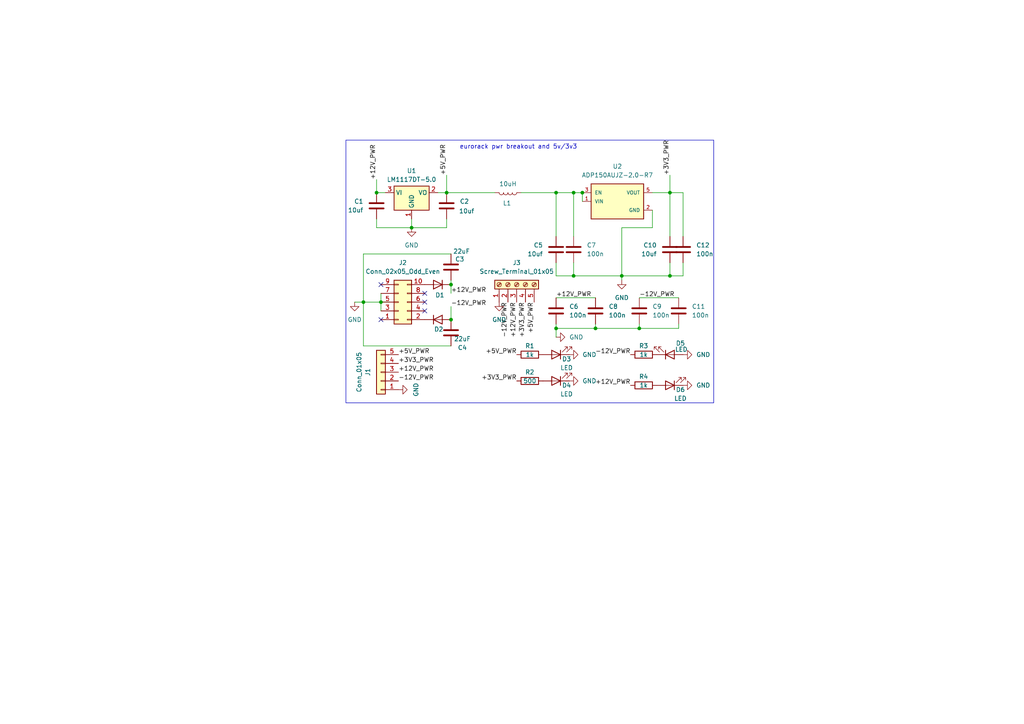
<source format=kicad_sch>
(kicad_sch (version 20231120) (generator "eeschema") (generator_version "8.0")
  (paper "A4")
  (title_block (title "eurorack power breakout"))
  (lib_symbols
    (symbol "ADP150AUJZ-2.0-R7:ADP150AUJZ-2.0-R7" (pin_names (offset 1.016))
      (property "Reference" "U" (at -7.6256 5.5921 0))
      (property "Value" "ADP150AUJZ-2.0-R7" (at -7.6217 -7.6217 0))
      (symbol "ADP150AUJZ-2.0-R7_0_0"
        (rectangle (start -7.62 -5.08) (end 7.62 5.08) (stroke (width 0.254)) (fill (type background)))
        (pin input line (at -10.16 0 0) (length 2.54) (name "VIN") (number "1"))
        (pin power_in line (at 10.16 -2.54 180) (length 2.54) (name "GND") (number "2"))
        (pin input line (at -10.16 2.54 0) (length 2.54) (name "EN") (number "3"))
        (pin output line (at 10.16 2.54 180) (length 2.54) (name "VOUT") (number "5"))
      )
    )
    (symbol "Connector:Screw_Terminal_01x05" (pin_names (offset 1.016) hide)
      (property "Reference" "J" (at 0 7.62 0))
      (property "Value" "Screw_Terminal_01x05" (at 0 -7.62 0))
      (symbol "Screw_Terminal_01x05_1_1"
        (rectangle (start -1.27 6.35) (end 1.27 -6.35) (stroke (width 0.254)) (fill (type background)))
        (circle (center 0 -5.08) (radius 0.635) (stroke (width 0.1524)))
        (circle (center 0 -2.54) (radius 0.635) (stroke (width 0.1524)))
        (polyline (pts (xy -0.5334 -4.7498) (xy 0.3302 -5.588)) (stroke (width 0.1524)))
        (polyline (pts (xy -0.5334 -2.2098) (xy 0.3302 -3.048)) (stroke (width 0.1524)))
        (polyline (pts (xy -0.5334 0.3302) (xy 0.3302 -0.508)) (stroke (width 0.1524)))
        (polyline (pts (xy -0.5334 2.8702) (xy 0.3302 2.032)) (stroke (width 0.1524)))
        (polyline (pts (xy -0.5334 5.4102) (xy 0.3302 4.572)) (stroke (width 0.1524)))
        (polyline (pts (xy -0.3556 -4.572) (xy 0.508 -5.4102)) (stroke (width 0.1524)))
        (polyline (pts (xy -0.3556 -2.032) (xy 0.508 -2.8702)) (stroke (width 0.1524)))
        (polyline (pts (xy -0.3556 0.508) (xy 0.508 -0.3302)) (stroke (width 0.1524)))
        (polyline (pts (xy -0.3556 3.048) (xy 0.508 2.2098)) (stroke (width 0.1524)))
        (polyline (pts (xy -0.3556 5.588) (xy 0.508 4.7498)) (stroke (width 0.1524)))
        (circle (center 0 0) (radius 0.635) (stroke (width 0.1524)))
        (circle (center 0 2.54) (radius 0.635) (stroke (width 0.1524)))
        (circle (center 0 5.08) (radius 0.635) (stroke (width 0.1524)))
        (pin passive line (at -5.08 5.08 0) (length 3.81) (name "Pin_1") (number "1"))
        (pin passive line (at -5.08 2.54 0) (length 3.81) (name "Pin_2") (number "2"))
        (pin passive line (at -5.08 0 0) (length 3.81) (name "Pin_3") (number "3"))
        (pin passive line (at -5.08 -2.54 0) (length 3.81) (name "Pin_4") (number "4"))
        (pin passive line (at -5.08 -5.08 0) (length 3.81) (name "Pin_5") (number "5"))
      )
    )
    (symbol "Connector_Generic:Conn_01x05" (pin_names (offset 1.016) hide)
      (property "Reference" "J" (at 0 7.62 0))
      (property "Value" "Conn_01x05" (at 0 -7.62 0))
      (symbol "Conn_01x05_1_1"
        (rectangle (start -1.27 -4.953) (end 0 -5.207) (stroke (width 0.1524)))
        (rectangle (start -1.27 -2.413) (end 0 -2.667) (stroke (width 0.1524)))
        (rectangle (start -1.27 0.127) (end 0 -0.127) (stroke (width 0.1524)))
        (rectangle (start -1.27 2.667) (end 0 2.413) (stroke (width 0.1524)))
        (rectangle (start -1.27 5.207) (end 0 4.953) (stroke (width 0.1524)))
        (rectangle (start -1.27 6.35) (end 1.27 -6.35) (stroke (width 0.254)) (fill (type background)))
        (pin passive line (at -5.08 5.08 0) (length 3.81) (name "Pin_1") (number "1"))
        (pin passive line (at -5.08 2.54 0) (length 3.81) (name "Pin_2") (number "2"))
        (pin passive line (at -5.08 0 0) (length 3.81) (name "Pin_3") (number "3"))
        (pin passive line (at -5.08 -2.54 0) (length 3.81) (name "Pin_4") (number "4"))
        (pin passive line (at -5.08 -5.08 0) (length 3.81) (name "Pin_5") (number "5"))
      )
    )
    (symbol "Connector_Generic:Conn_02x05_Odd_Even" (pin_names (offset 1.016) hide)
      (property "Reference" "J" (at 1.27 7.62 0))
      (property "Value" "Conn_02x05_Odd_Even" (at 1.27 -7.62 0))
      (symbol "Conn_02x05_Odd_Even_1_1"
        (rectangle (start -1.27 -4.953) (end 0 -5.207) (stroke (width 0.1524)))
        (rectangle (start -1.27 -2.413) (end 0 -2.667) (stroke (width 0.1524)))
        (rectangle (start -1.27 0.127) (end 0 -0.127) (stroke (width 0.1524)))
        (rectangle (start -1.27 2.667) (end 0 2.413) (stroke (width 0.1524)))
        (rectangle (start -1.27 5.207) (end 0 4.953) (stroke (width 0.1524)))
        (rectangle (start -1.27 6.35) (end 3.81 -6.35) (stroke (width 0.254)) (fill (type background)))
        (rectangle (start 3.81 -4.953) (end 2.54 -5.207) (stroke (width 0.1524)))
        (rectangle (start 3.81 -2.413) (end 2.54 -2.667) (stroke (width 0.1524)))
        (rectangle (start 3.81 0.127) (end 2.54 -0.127) (stroke (width 0.1524)))
        (rectangle (start 3.81 2.667) (end 2.54 2.413) (stroke (width 0.1524)))
        (rectangle (start 3.81 5.207) (end 2.54 4.953) (stroke (width 0.1524)))
        (pin passive line (at -5.08 5.08 0) (length 3.81) (name "Pin_1") (number "1"))
        (pin passive line (at 7.62 -5.08 180) (length 3.81) (name "Pin_10") (number "10"))
        (pin passive line (at 7.62 5.08 180) (length 3.81) (name "Pin_2") (number "2"))
        (pin passive line (at -5.08 2.54 0) (length 3.81) (name "Pin_3") (number "3"))
        (pin passive line (at 7.62 2.54 180) (length 3.81) (name "Pin_4") (number "4"))
        (pin passive line (at -5.08 0 0) (length 3.81) (name "Pin_5") (number "5"))
        (pin passive line (at 7.62 0 180) (length 3.81) (name "Pin_6") (number "6"))
        (pin passive line (at -5.08 -2.54 0) (length 3.81) (name "Pin_7") (number "7"))
        (pin passive line (at 7.62 -2.54 180) (length 3.81) (name "Pin_8") (number "8"))
        (pin passive line (at -5.08 -5.08 0) (length 3.81) (name "Pin_9") (number "9"))
      )
    )
    (symbol "Device:C" (pin_numbers hide) (pin_names (offset 0.254))
      (property "Reference" "C" (at 0.635 2.54 0))
      (property "Value" "C" (at 0.635 -2.54 0))
      (symbol "C_0_1"
        (polyline (pts (xy -2.032 -0.762) (xy 2.032 -0.762)) (stroke (width 0.508)))
        (polyline (pts (xy -2.032 0.762) (xy 2.032 0.762)) (stroke (width 0.508)))
      )
      (symbol "C_1_1"
        (pin passive line (at 0 3.81 270) (length 2.794) (name "~") (number "1"))
        (pin passive line (at 0 -3.81 90) (length 2.794) (name "~") (number "2"))
      )
    )
    (symbol "Device:D" (pin_numbers hide) (pin_names (offset 1.016) hide)
      (property "Reference" "D" (at 0 2.54 0))
      (property "Value" "D" (at 0 -2.54 0))
      (symbol "D_0_1"
        (polyline (pts (xy -1.27 1.27) (xy -1.27 -1.27)) (stroke (width 0.254)))
        (polyline (pts (xy 1.27 0) (xy -1.27 0)))
        (polyline (pts (xy 1.27 1.27) (xy 1.27 -1.27) (xy -1.27 0) (xy 1.27 1.27)) (stroke (width 0.254)))
      )
      (symbol "D_1_1"
        (pin passive line (at -3.81 0 0) (length 2.54) (name "K") (number "1"))
        (pin passive line (at 3.81 0 180) (length 2.54) (name "A") (number "2"))
      )
    )
    (symbol "Device:L" (pin_numbers hide) (pin_names (offset 1.016) hide)
      (property "Reference" "L" (at -1.27 0 90))
      (property "Value" "L" (at 1.905 0 90))
      (symbol "L_0_1"
        (arc (start 0 -2.54) (mid 0.6323 -1.905) (end 0 -1.27))
        (arc (start 0 -1.27) (mid 0.6323 -0.635) (end 0 0))
        (arc (start 0 0) (mid 0.6323 0.635) (end 0 1.27))
        (arc (start 0 1.27) (mid 0.6323 1.905) (end 0 2.54))
      )
      (symbol "L_1_1"
        (pin passive line (at 0 3.81 270) (length 1.27) (name "1") (number "1"))
        (pin passive line (at 0 -3.81 90) (length 1.27) (name "2") (number "2"))
      )
    )
    (symbol "Device:LED" (pin_numbers hide) (pin_names (offset 1.016) hide)
      (property "Reference" "D" (at 0 2.54 0))
      (property "Value" "LED" (at 0 -2.54 0))
      (symbol "LED_0_1"
        (polyline (pts (xy -1.27 -1.27) (xy -1.27 1.27)) (stroke (width 0.254)))
        (polyline (pts (xy -1.27 0) (xy 1.27 0)))
        (polyline (pts (xy 1.27 -1.27) (xy 1.27 1.27) (xy -1.27 0) (xy 1.27 -1.27)) (stroke (width 0.254)))
        (polyline (pts (xy -3.048 -0.762) (xy -4.572 -2.286) (xy -3.81 -2.286) (xy -4.572 -2.286) (xy -4.572 -1.524)))
        (polyline (pts (xy -1.778 -0.762) (xy -3.302 -2.286) (xy -2.54 -2.286) (xy -3.302 -2.286) (xy -3.302 -1.524)))
      )
      (symbol "LED_1_1"
        (pin passive line (at -3.81 0 0) (length 2.54) (name "K") (number "1"))
        (pin passive line (at 3.81 0 180) (length 2.54) (name "A") (number "2"))
      )
    )
    (symbol "Device:R" (pin_numbers hide) (pin_names (offset 0))
      (property "Reference" "R" (at 2.032 0 90))
      (property "Value" "R" (at 0 0 90))
      (symbol "R_0_1"
        (rectangle (start -1.016 -2.54) (end 1.016 2.54) (stroke (width 0.254)))
      )
      (symbol "R_1_1"
        (pin passive line (at 0 3.81 270) (length 1.27) (name "~") (number "1"))
        (pin passive line (at 0 -3.81 90) (length 1.27) (name "~") (number "2"))
      )
    )
    (symbol "Regulator_Linear:LM1117DT-5.0"
      (property "Reference" "U" (at -3.81 3.175 0))
      (property "Value" "LM1117DT-5.0" (at 0 3.175 0))
      (symbol "LM1117DT-5.0_0_1"
        (rectangle (start -5.08 -5.08) (end 5.08 1.905) (stroke (width 0.254)) (fill (type background)))
      )
      (symbol "LM1117DT-5.0_1_1"
        (pin power_in line (at 0 -7.62 90) (length 2.54) (name "GND") (number "1"))
        (pin power_out line (at 7.62 0 180) (length 2.54) (name "VO") (number "2"))
        (pin power_in line (at -7.62 0 0) (length 2.54) (name "VI") (number "3"))
      )
    )
    (symbol "power:GND" (power) (pin_numbers hide) (pin_names (offset 0) hide)
      (property "Value" "GND" (at 0 -3.81 0))
      (symbol "GND_0_1"
        (polyline (pts (xy 0 0) (xy 0 -1.27) (xy 1.27 -1.27) (xy 0 -2.54) (xy -1.27 -1.27) (xy 0 -1.27)))
      )
      (symbol "GND_1_1"
        (pin power_in line (at 0 0 270) (length 0) (name "~") (number "1"))
      )
    )
  )
  (junction (at 194.31 55.88))
  (junction (at 168.91 55.88))
  (junction (at 130.81 82.55))
  (junction (at 161.29 55.88))
  (junction (at 110.49 87.63))
  (junction (at 172.72 95.25))
  (junction (at 105.41 87.63))
  (junction (at 166.37 80.01))
  (junction (at 109.22 55.88))
  (junction (at 119.38 66.04))
  (junction (at 166.37 55.88))
  (junction (at 194.31 80.01))
  (junction (at 180.34 80.01))
  (junction (at 161.29 95.25))
  (junction (at 130.81 92.71))
  (junction (at 185.42 95.25))
  (junction (at 129.54 55.88))
  (no_connect (at 123.19 85.09))
  (no_connect (at 110.49 82.55))
  (no_connect (at 123.19 90.17))
  (no_connect (at 123.19 87.63))
  (no_connect (at 110.49 92.71))
  (wire (pts (xy 166.37 80.01) (xy 180.34 80.01)))
  (wire (pts (xy 130.81 100.33) (xy 105.41 100.33)))
  (wire (pts (xy 105.41 73.66) (xy 105.41 87.63)))
  (wire (pts (xy 161.29 76.2) (xy 161.29 80.01)))
  (wire (pts (xy 180.34 81.28) (xy 180.34 80.01)))
  (wire (pts (xy 166.37 68.58) (xy 166.37 55.88)))
  (wire (pts (xy 161.29 55.88) (xy 166.37 55.88)))
  (wire (pts (xy 102.87 87.63) (xy 105.41 87.63)))
  (wire (pts (xy 161.29 80.01) (xy 166.37 80.01)))
  (wire (pts (xy 130.81 82.55) (xy 130.81 81.28)))
  (wire (pts (xy 161.29 86.36) (xy 172.72 86.36)))
  (wire (pts (xy 194.31 55.88) (xy 198.12 55.88)))
  (wire (pts (xy 119.38 63.5) (xy 119.38 66.04)))
  (wire (pts (xy 161.29 55.88) (xy 161.29 68.58)))
  (wire (pts (xy 166.37 55.88) (xy 168.91 55.88)))
  (wire (pts (xy 180.34 66.04) (xy 189.23 66.04)))
  (wire (pts (xy 127 55.88) (xy 129.54 55.88)))
  (wire (pts (xy 119.38 66.04) (xy 129.54 66.04)))
  (wire (pts (xy 161.29 93.98) (xy 161.29 95.25)))
  (wire (pts (xy 194.31 80.01) (xy 180.34 80.01)))
  (wire (pts (xy 198.12 55.88) (xy 198.12 68.58)))
  (wire (pts (xy 161.29 95.25) (xy 161.29 97.79)))
  (wire (pts (xy 180.34 80.01) (xy 180.34 66.04)))
  (wire (pts (xy 198.12 80.01) (xy 194.31 80.01)))
  (wire (pts (xy 105.41 73.66) (xy 130.81 73.66)))
  (wire (pts (xy 129.54 63.5) (xy 129.54 66.04)))
  (wire (pts (xy 166.37 76.2) (xy 166.37 80.01)))
  (wire (pts (xy 194.31 55.88) (xy 194.31 68.58)))
  (wire (pts (xy 185.42 93.98) (xy 185.42 95.25)))
  (wire (pts (xy 172.72 95.25) (xy 161.29 95.25)))
  (wire (pts (xy 105.41 87.63) (xy 105.41 100.33)))
  (wire (pts (xy 110.49 87.63) (xy 113.03 87.63)))
  (wire (pts (xy 109.22 66.04) (xy 119.38 66.04)))
  (wire (pts (xy 130.81 85.09) (xy 130.81 82.55)))
  (wire (pts (xy 129.54 50.8) (xy 129.54 55.88)))
  (wire (pts (xy 130.81 92.71) (xy 130.81 88.9)))
  (wire (pts (xy 196.85 95.25) (xy 185.42 95.25)))
  (wire (pts (xy 194.31 76.2) (xy 194.31 80.01)))
  (wire (pts (xy 151.13 55.88) (xy 161.29 55.88)))
  (wire (pts (xy 185.42 86.36) (xy 196.85 86.36)))
  (wire (pts (xy 109.22 55.88) (xy 111.76 55.88)))
  (wire (pts (xy 196.85 93.98) (xy 196.85 95.25)))
  (wire (pts (xy 109.22 63.5) (xy 109.22 66.04)))
  (wire (pts (xy 105.41 87.63) (xy 110.49 87.63)))
  (wire (pts (xy 189.23 66.04) (xy 189.23 60.96)))
  (wire (pts (xy 198.12 76.2) (xy 198.12 80.01)))
  (wire (pts (xy 194.31 50.8) (xy 194.31 55.88)))
  (wire (pts (xy 110.49 85.09) (xy 110.49 87.63)))
  (wire (pts (xy 172.72 93.98) (xy 172.72 95.25)))
  (wire (pts (xy 109.22 52.07) (xy 109.22 55.88)))
  (wire (pts (xy 129.54 55.88) (xy 143.51 55.88)))
  (wire (pts (xy 189.23 55.88) (xy 194.31 55.88)))
  (wire (pts (xy 185.42 95.25) (xy 172.72 95.25)))
  (wire (pts (xy 110.49 87.63) (xy 110.49 90.17)))
  (wire (pts (xy 168.91 55.88) (xy 168.91 58.42)))
  (rectangle (start 100.33 40.64) (end 207.01 116.84))
  (text "eurorack pwr breakout and 5v/3v3\n" (at 150.368 42.672 0) (effects (font (size 1.27 1.27))))
  (label "+5V_PWR" (at 154.94 87.63 270))
  (label "-12V_PWR" (at 130.81 88.9 0))
  (label "+12V_PWR" (at 130.81 85.09 0))
  (label "-12V_PWR" (at 185.42 86.36 0))
  (label "+3V3_PWR" (at 149.86 110.49 180))
  (label "+5V_PWR" (at 149.86 102.87 180))
  (label "-12V_PWR" (at 147.32 87.63 270))
  (label "-12V_PWR" (at 115.57 110.49 0))
  (label "+5V_PWR" (at 115.57 102.87 0))
  (label "+3V3_PWR" (at 115.57 105.41 0))
  (label "-12V_PWR" (at 182.88 102.87 180))
  (label "+3V3_PWR" (at 152.4 87.63 270))
  (label "+12V_PWR" (at 109.22 52.07 90))
  (label "+12V_PWR" (at 182.88 111.76 180))
  (label "+12V_PWR" (at 115.57 107.95 0))
  (label "+12V_PWR" (at 161.29 86.36 0))
  (label "+12V_PWR" (at 149.86 87.63 270))
  (label "+5V_PWR" (at 129.54 50.8 90))
  (label "+3V3_PWR" (at 194.31 50.8 90))
  (symbol (lib_id "power:GND") (at 144.78 87.63 0) (mirror y) (unit 1)
    (property "Reference" "#PWR04" (effects (hide yes)))
    (property "Value" "GND" (at 144.78 92.71 0))
    (property "Description" "Power symbol creates a global label with name \"GND\" , ground" (effects (hide yes)))
  )
  (symbol (lib_id "Device:C") (at 196.85 90.17 0) (unit 1)
    (property "Reference" "C11" (at 200.66 88.8999 0) (effects (justify left)))
    (property "Value" "100n" (at 200.66 91.4399 0) (effects (justify left)))
    (property "Footprint" "Capacitor_SMD:C_0805_2012Metric_Pad1.18x1.45mm_HandSolder" (effects (hide yes)))
    (property "Description" "Unpolarized capacitor" (effects (hide yes)))
  )
  (symbol (lib_id "Device:R") (at 186.69 111.76 90) (unit 1)
    (property "Reference" "R4" (at 186.69 109.22 90))
    (property "Value" "1k" (at 186.69 111.76 90))
    (property "Footprint" "Resistor_SMD:R_0805_2012Metric_Pad1.20x1.40mm_HandSolder" (effects (hide yes)))
    (property "Description" "Resistor" (effects (hide yes)))
  )
  (symbol (lib_id "Device:LED") (at 194.31 102.87 0) (mirror x) (unit 1)
    (property "Reference" "D5" (at 197.358 99.568 0))
    (property "Value" "LED" (at 197.612 101.346 0))
    (property "Footprint" "LED_SMD:LED_0805_2012Metric_Pad1.15x1.40mm_HandSolder" (effects (hide yes)))
    (property "Description" "Light emitting diode" (effects (hide yes)))
  )
  (symbol (lib_id "Device:C") (at 198.12 72.39 0) (unit 1)
    (property "Reference" "C12" (at 201.93 71.1199 0) (effects (justify left)))
    (property "Value" "100n" (at 201.93 73.6599 0) (effects (justify left)))
    (property "Footprint" "Capacitor_SMD:C_0805_2012Metric_Pad1.18x1.45mm_HandSolder" (effects (hide yes)))
    (property "Description" "Unpolarized capacitor" (effects (hide yes)))
  )
  (symbol (lib_id "Device:C") (at 185.42 90.17 0) (unit 1)
    (property "Reference" "C9" (at 189.23 88.8999 0) (effects (justify left)))
    (property "Value" "100n" (at 189.23 91.4399 0) (effects (justify left)))
    (property "Footprint" "Capacitor_SMD:C_0805_2012Metric_Pad1.18x1.45mm_HandSolder" (effects (hide yes)))
    (property "Description" "Unpolarized capacitor" (effects (hide yes)))
  )
  (symbol (lib_id "Device:C") (at 194.31 72.39 0) (mirror y) (unit 1)
    (property "Reference" "C10" (at 190.5 71.1199 0) (effects (justify left)))
    (property "Value" "10uf" (at 190.5 73.6599 0) (effects (justify left)))
    (property "Footprint" "Capacitor_SMD:C_0805_2012Metric_Pad1.18x1.45mm_HandSolder" (effects (hide yes)))
    (property "Description" "Unpolarized capacitor" (effects (hide yes)))
  )
  (symbol (lib_id "power:GND") (at 119.38 66.04 0) (unit 1)
    (property "Reference" "#PWR03" (effects (hide yes)))
    (property "Value" "GND" (at 119.38 71.12 0))
    (property "Description" "Power symbol creates a global label with name \"GND\" , ground" (effects (hide yes)))
  )
  (symbol (lib_id "power:GND") (at 198.12 111.76 90) (unit 1)
    (property "Reference" "#PWR010" (effects (hide yes)))
    (property "Value" "GND" (at 201.93 111.7599 90) (effects (justify right)))
    (property "Description" "Power symbol creates a global label with name \"GND\" , ground" (effects (hide yes)))
  )
  (symbol (lib_id "Device:C") (at 129.54 59.69 0) (unit 1)
    (property "Reference" "C2" (at 133.35 58.4199 0) (effects (justify left)))
    (property "Value" "10uf" (at 133.096 61.214 0) (effects (justify left)))
    (property "Footprint" "Capacitor_SMD:C_0805_2012Metric_Pad1.18x1.45mm_HandSolder" (effects (hide yes)))
    (property "Description" "Unpolarized capacitor" (effects (hide yes)))
  )
  (symbol (lib_id "Device:R") (at 186.69 102.87 90) (unit 1)
    (property "Reference" "R3" (at 186.69 100.33 90))
    (property "Value" "1k" (at 186.69 102.87 90))
    (property "Footprint" "Resistor_SMD:R_0805_2012Metric_Pad1.20x1.40mm_HandSolder" (effects (hide yes)))
    (property "Description" "Resistor" (effects (hide yes)))
  )
  (symbol (lib_id "power:GND") (at 180.34 81.28 0) (unit 1)
    (property "Reference" "#PWR08" (effects (hide yes)))
    (property "Value" "GND" (at 180.34 86.36 0))
    (property "Description" "Power symbol creates a global label with name \"GND\" , ground" (effects (hide yes)))
  )
  (symbol (lib_id "Connector_Generic:Conn_01x05") (at 110.49 107.95 180) (unit 1)
    (property "Reference" "J1" (at 106.68 107.95 90))
    (property "Value" "Conn_01x05" (at 104.14 107.95 90))
    (property "Footprint" "Connector_PinHeader_2.54mm:PinHeader_1x05_P2.54mm_Vertical" (effects (hide yes)))
    (property "Description" "Generic connector, single row, 01x05, script generated (kicad-library-utils/schlib/autogen/connector/)" (effects (hide yes)))
  )
  (symbol (lib_id "Device:R") (at 153.67 102.87 90) (unit 1)
    (property "Reference" "R1" (at 153.67 100.33 90))
    (property "Value" "1k" (at 153.67 102.87 90))
    (property "Footprint" "Resistor_SMD:R_0805_2012Metric_Pad1.20x1.40mm_HandSolder" (effects (hide yes)))
    (property "Description" "Resistor" (effects (hide yes)))
  )
  (symbol (lib_id "Device:C") (at 161.29 72.39 0) (mirror y) (unit 1)
    (property "Reference" "C5" (at 157.48 71.1199 0) (effects (justify left)))
    (property "Value" "10uf" (at 157.48 73.6599 0) (effects (justify left)))
    (property "Footprint" "Capacitor_SMD:C_0805_2012Metric_Pad1.18x1.45mm_HandSolder" (effects (hide yes)))
    (property "Description" "Unpolarized capacitor" (effects (hide yes)))
  )
  (symbol (lib_id "Regulator_Linear:LM1117DT-5.0") (at 119.38 55.88 0) (unit 1)
    (property "Reference" "U1" (at 119.38 49.53 0))
    (property "Value" "LM1117DT-5.0" (at 119.38 52.07 0))
    (property "Footprint" "Package_TO_SOT_SMD:TO-252-3_TabPin2" (effects (hide yes)))
    (property "Datasheet" "http://www.ti.com/lit/ds/symlink/lm1117.pdf" (effects (hide yes)))
    (property "Description" "800mA Low-Dropout Linear Regulator, 5.0V fixed output, TO-252" (effects (hide yes)))
  )
  (symbol (lib_id "power:GND") (at 198.12 102.87 90) (unit 1)
    (property "Reference" "#PWR09" (effects (hide yes)))
    (property "Value" "GND" (at 201.93 102.8699 90) (effects (justify right)))
    (property "Description" "Power symbol creates a global label with name \"GND\" , ground" (effects (hide yes)))
  )
  (symbol (lib_id "Device:C") (at 130.81 77.47 0) (unit 1)
    (property "Reference" "C3" (at 133.35 75.184 0))
    (property "Value" "22uF" (at 133.858 72.898 0))
    (property "Footprint" "Capacitor_SMD:C_0805_2012Metric_Pad1.18x1.45mm_HandSolder" (effects (hide yes)))
    (property "Description" "Unpolarized capacitor" (effects (hide yes)))
  )
  (symbol (lib_id "Device:C") (at 109.22 59.69 0) (mirror y) (unit 1)
    (property "Reference" "C1" (at 105.41 58.4199 0) (effects (justify left)))
    (property "Value" "10uf" (at 105.41 60.9599 0) (effects (justify left)))
    (property "Footprint" "Capacitor_SMD:C_0805_2012Metric_Pad1.18x1.45mm_HandSolder" (effects (hide yes)))
    (property "Description" "Unpolarized capacitor" (effects (hide yes)))
  )
  (symbol (lib_id "Device:LED") (at 161.29 102.87 180) (unit 1)
    (property "Reference" "D3" (at 164.338 104.14 0))
    (property "Value" "LED" (at 164.338 106.68 0))
    (property "Footprint" "LED_SMD:LED_0805_2012Metric_Pad1.15x1.40mm_HandSolder" (effects (hide yes)))
    (property "Description" "Light emitting diode" (effects (hide yes)))
  )
  (symbol (lib_id "power:GND") (at 161.29 97.79 90) (unit 1)
    (property "Reference" "#PWR05" (effects (hide yes)))
    (property "Value" "GND" (at 165.1 97.7899 90) (effects (justify right)))
    (property "Description" "Power symbol creates a global label with name \"GND\" , ground" (effects (hide yes)))
  )
  (symbol (lib_id "ADP150AUJZ-2.0-R7:ADP150AUJZ-2.0-R7") (at 179.07 58.42 0) (unit 1)
    (property "Reference" "U2" (at 179.07 48.26 0))
    (property "Value" "ADP150AUJZ-2.0-R7" (at 179.07 50.8 0))
    (property "Footprint" "ADP150AUJZ-2.0-R7:SOT95P280X100-5N" (effects (hide yes)))
    (property "MF" "Analog Devices" (effects (hide yes)))
    (property "Description_1" "\nUltralow Noise, 150 mA CMOS Linear Regulator\n" (effects (hide yes)))
    (property "Package" "TSOT-5 Analog Devices" (effects (hide yes)))
    (property "Price" "None" (effects (hide yes)))
    (property "Check_prices" "https://www.snapeda.com/parts/ADP150AUJZ-2.0-R7/Analog+Devices/view-part/?ref=eda" (effects (hide yes)))
    (property "STANDARD" "IPC7351B" (effects (hide yes)))
    (property "SnapEDA_Link" "https://www.snapeda.com/parts/ADP150AUJZ-2.0-R7/Analog+Devices/view-part/?ref=snap" (effects (hide yes)))
    (property "MP" "ADP150AUJZ-2.0-R7" (effects (hide yes)))
    (property "Purchase-URL" "https://www.snapeda.com/api/url_track_click_mouser/?unipart_id=1225884&manufacturer=Analog Devices&part_name=ADP150AUJZ-2.0-R7&search_term=None" (effects (hide yes)))
    (property "Availability" "In Stock" (effects (hide yes)))
    (property "MANUFACTURER" "Analog Devices" (effects (hide yes)))
  )
  (symbol (lib_id "Device:LED") (at 161.29 110.49 180) (unit 1)
    (property "Reference" "D4" (at 164.338 111.76 0))
    (property "Value" "LED" (at 164.338 114.3 0))
    (property "Footprint" "LED_SMD:LED_0805_2012Metric_Pad1.15x1.40mm_HandSolder" (effects (hide yes)))
    (property "Description" "Light emitting diode" (effects (hide yes)))
  )
  (symbol (lib_id "Device:D") (at 127 92.71 0) (unit 1)
    (property "Reference" "D2" (at 127.254 95.504 0))
    (property "Value" "D" (effects (hide yes)))
    (property "Footprint" "Diode_THT:D_DO-41_SOD81_P7.62mm_Horizontal" (effects (hide yes)))
    (property "Description" "Diode" (effects (hide yes)))
    (property "Sim.Device" "D" (effects (hide yes)))
    (property "Sim.Pins" "1=K 2=A" (effects (hide yes)))
  )
  (symbol (lib_id "Device:C") (at 172.72 90.17 0) (unit 1)
    (property "Reference" "C8" (at 176.53 88.8999 0) (effects (justify left)))
    (property "Value" "100n" (at 176.53 91.4399 0) (effects (justify left)))
    (property "Footprint" "Capacitor_SMD:C_0805_2012Metric_Pad1.18x1.45mm_HandSolder" (effects (hide yes)))
    (property "Description" "Unpolarized capacitor" (effects (hide yes)))
  )
  (symbol (lib_id "power:GND") (at 165.1 110.49 90) (unit 1)
    (property "Reference" "#PWR07" (effects (hide yes)))
    (property "Value" "GND" (at 168.91 110.4899 90) (effects (justify right)))
    (property "Description" "Power symbol creates a global label with name \"GND\" , ground" (effects (hide yes)))
  )
  (symbol (lib_id "power:GND") (at 165.1 102.87 90) (unit 1)
    (property "Reference" "#PWR06" (effects (hide yes)))
    (property "Value" "GND" (at 168.91 102.8699 90) (effects (justify right)))
    (property "Description" "Power symbol creates a global label with name \"GND\" , ground" (effects (hide yes)))
  )
  (symbol (lib_id "Device:L") (at 147.32 55.88 270) (unit 1)
    (property "Reference" "L1" (at 147.066 58.928 90))
    (property "Value" "10uH" (at 147.32 53.34 90))
    (property "Footprint" "Inductor_SMD:L_TDK_NLV25_2.5x2.0mm" (effects (hide yes)))
    (property "Description" "Inductor" (effects (hide yes)))
  )
  (symbol (lib_id "Device:C") (at 161.29 90.17 0) (unit 1)
    (property "Reference" "C6" (at 165.1 88.8999 0) (effects (justify left)))
    (property "Value" "100n" (at 165.1 91.4399 0) (effects (justify left)))
    (property "Footprint" "Capacitor_SMD:C_0805_2012Metric_Pad1.18x1.45mm_HandSolder" (effects (hide yes)))
    (property "Description" "Unpolarized capacitor" (effects (hide yes)))
  )
  (symbol (lib_id "Device:C") (at 130.81 96.52 0) (unit 1)
    (property "Reference" "C4" (at 134.112 100.838 0))
    (property "Value" "22uF" (at 134.112 98.298 0))
    (property "Footprint" "Capacitor_SMD:C_0805_2012Metric_Pad1.18x1.45mm_HandSolder" (effects (hide yes)))
    (property "Description" "Unpolarized capacitor" (effects (hide yes)))
  )
  (symbol (lib_id "power:GND") (at 115.57 113.03 90) (mirror x) (unit 1)
    (property "Reference" "#PWR02" (effects (hide yes)))
    (property "Value" "GND" (at 120.65 113.03 0))
    (property "Description" "Power symbol creates a global label with name \"GND\" , ground" (effects (hide yes)))
  )
  (symbol (lib_id "Connector_Generic:Conn_02x05_Odd_Even") (at 115.57 87.63 0) (mirror x) (unit 1)
    (property "Reference" "J2" (at 116.84 76.2 0))
    (property "Value" "Conn_02x05_Odd_Even" (at 116.84 78.74 0))
    (property "Footprint" "Connector_IDC:IDC-Header_2x05_P2.54mm_Vertical" (effects (hide yes)))
    (property "Description" "Generic connector, double row, 02x05, odd/even pin numbering scheme (row 1 odd numbers, row 2 even numbers), script generated (kicad-library-utils/schlib/autogen/connector/)" (effects (hide yes)))
  )
  (symbol (lib_id "Device:R") (at 153.67 110.49 90) (unit 1)
    (property "Reference" "R2" (at 153.67 107.95 90))
    (property "Value" "500" (at 153.67 110.49 90))
    (property "Footprint" "Resistor_SMD:R_0805_2012Metric_Pad1.20x1.40mm_HandSolder" (effects (hide yes)))
    (property "Description" "Resistor" (effects (hide yes)))
  )
  (symbol (lib_id "power:GND") (at 102.87 87.63 0) (mirror y) (unit 1)
    (property "Reference" "#PWR01" (effects (hide yes)))
    (property "Value" "GND" (at 102.87 92.71 0))
    (property "Description" "Power symbol creates a global label with name \"GND\" , ground" (effects (hide yes)))
  )
  (symbol (lib_id "Device:D") (at 127 82.55 180) (unit 1)
    (property "Reference" "D1" (at 126.238 85.598 0) (effects (justify right)))
    (property "Value" "D" (effects (hide yes)))
    (property "Footprint" "Diode_THT:D_DO-41_SOD81_P7.62mm_Horizontal" (effects (hide yes)))
    (property "Description" "Diode" (effects (hide yes)))
    (property "Sim.Device" "D" (effects (hide yes)))
    (property "Sim.Pins" "1=K 2=A" (effects (hide yes)))
  )
  (symbol (lib_id "Device:LED") (at 194.31 111.76 180) (unit 1)
    (property "Reference" "D6" (at 197.358 113.03 0))
    (property "Value" "LED" (at 197.358 115.57 0))
    (property "Footprint" "LED_SMD:LED_0805_2012Metric_Pad1.15x1.40mm_HandSolder" (effects (hide yes)))
    (property "Description" "Light emitting diode" (effects (hide yes)))
  )
  (symbol (lib_id "Device:C") (at 166.37 72.39 0) (unit 1)
    (property "Reference" "C7" (at 170.18 71.1199 0) (effects (justify left)))
    (property "Value" "100n" (at 170.18 73.6599 0) (effects (justify left)))
    (property "Footprint" "Capacitor_SMD:C_0805_2012Metric_Pad1.18x1.45mm_HandSolder" (effects (hide yes)))
    (property "Description" "Unpolarized capacitor" (effects (hide yes)))
  )
  (symbol (lib_id "Connector:Screw_Terminal_01x05") (at 149.86 82.55 90) (unit 1)
    (property "Reference" "J3" (at 149.86 76.2 90))
    (property "Value" "Screw_Terminal_01x05" (at 149.86 78.74 90))
    (property "Footprint" "TerminalBlock:TerminalBlock_Xinya_XY308-2.54-6P_1x06_P2.54mm_Horizontal" (effects (hide yes)))
    (property "Description" "Generic screw terminal, single row, 01x05, script generated (kicad-library-utils/schlib/autogen/connector/)" (effects (hide yes)))
  )
)
</source>
